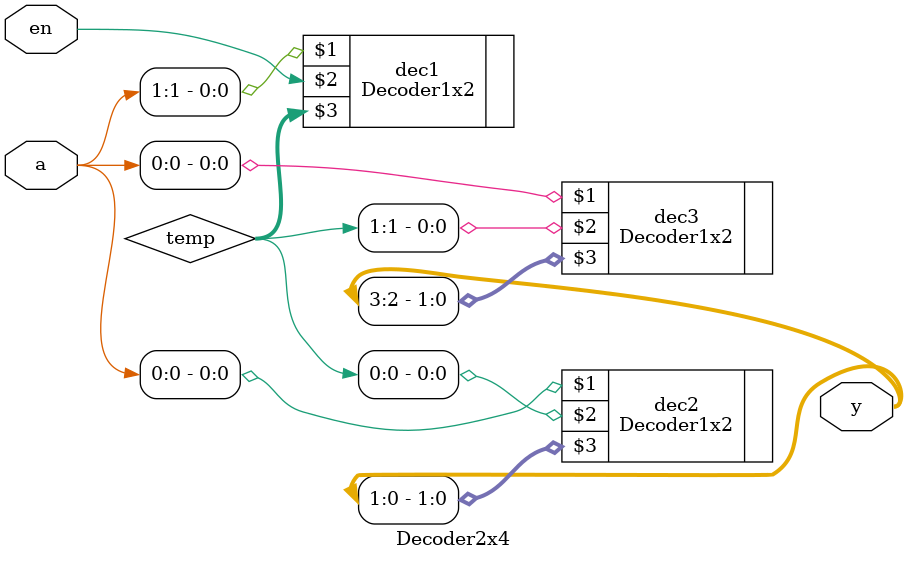
<source format=sv>
module Decoder2x4 (
	input logic [1:0]a,
	input logic en,
	output logic [3:0]y
);
	logic [1:0]temp;
	Decoder1x2 dec1 (a[1] , en, temp);
	Decoder1x2 dec2 (a[0] , temp[0] , y[1:0]);
	Decoder1x2 dec3 (a[0] , temp[1] , y[3:2]);
endmodule


</source>
